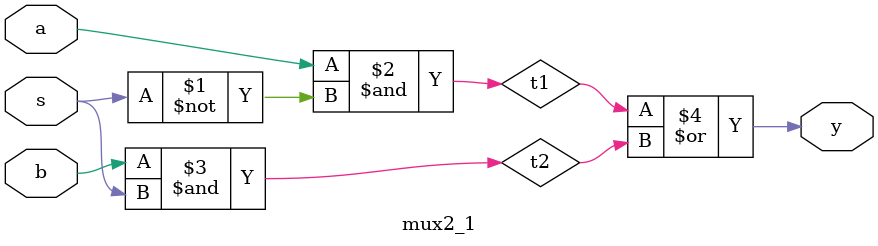
<source format=v>
module mux2_1 (y,a,b,s);
output y;
input a,b,s;
wire t1,t2;
and m0 (t1,a,~s);
and m1 (t2,b,s);
or m3 (y,t1,t2);

endmodule
</source>
